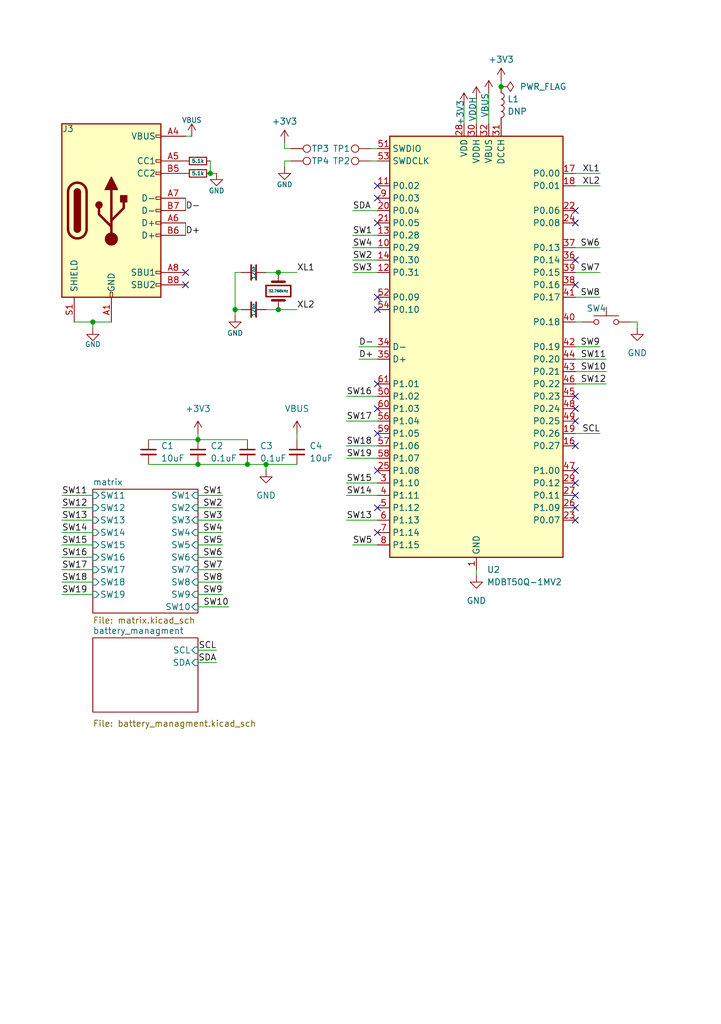
<source format=kicad_sch>
(kicad_sch (version 20250114) (generator "eeschema") (generator_version "9.0")
  (paper "A5" portrait)
  (lib_symbols
    (symbol "Connector:TestPoint" (pin_numbers (hide yes)) (pin_names (offset 0.762) (hide yes))
      (property "Reference" "TP" (at 0 6.858 0))
      (property "Value" "TestPoint" (at 0 5.08 0))
      (symbol "TestPoint_0_1"
        (circle (center 0 3.302) (radius 0.762))
      )
      (symbol "TestPoint_1_1"
        (pin passive line (at 0 0 90) (length 2.54) (name "1") (number "1"))
      )
    )
    (symbol "Connector:USB_C_Receptacle_USB2.0_16P" (pin_names (offset 1.016))
      (property "Reference" "J" (at 0 22.225 0))
      (property "Value" "USB_C_Receptacle_USB2.0_16P" (at 0 19.685 0))
      (symbol "USB_C_Receptacle_USB2.0_16P_0_0"
        (rectangle (start -0.254 -17.78) (end 0.254 -16.764))
        (rectangle (start 10.16 15.494) (end 9.144 14.986))
        (rectangle (start 10.16 10.414) (end 9.144 9.906))
        (rectangle (start 10.16 7.874) (end 9.144 7.366))
        (rectangle (start 10.16 2.794) (end 9.144 2.286))
        (rectangle (start 10.16 0.254) (end 9.144 -0.254))
        (rectangle (start 10.16 -2.286) (end 9.144 -2.794))
        (rectangle (start 10.16 -4.826) (end 9.144 -5.334))
        (rectangle (start 10.16 -12.446) (end 9.144 -12.954))
        (rectangle (start 10.16 -14.986) (end 9.144 -15.494))
      )
      (symbol "USB_C_Receptacle_USB2.0_16P_0_1"
        (rectangle (start -10.16 17.78) (end 10.16 -17.78) (stroke (width 0.254)) (fill (type background)))
        (polyline (pts (xy -8.89 -3.81) (xy -8.89 3.81)) (stroke (width 0.508)))
        (rectangle (start -7.62 -3.81) (end -6.35 3.81) (stroke (width 0.254)) (fill (type outline)))
        (arc (start -7.62 3.81) (mid -6.985 4.4423) (end -6.35 3.81) (stroke (width 0.254)))
        (arc (start -7.62 3.81) (mid -6.985 4.4423) (end -6.35 3.81) (stroke (width 0.254)) (fill (type outline)))
        (arc (start -8.89 3.81) (mid -6.985 5.7067) (end -5.08 3.81) (stroke (width 0.508)))
        (arc (start -5.08 -3.81) (mid -6.985 -5.7067) (end -8.89 -3.81) (stroke (width 0.508)))
        (arc (start -6.35 -3.81) (mid -6.985 -4.4423) (end -7.62 -3.81) (stroke (width 0.254)))
        (arc (start -6.35 -3.81) (mid -6.985 -4.4423) (end -7.62 -3.81) (stroke (width 0.254)) (fill (type outline)))
        (polyline (pts (xy -5.08 3.81) (xy -5.08 -3.81)) (stroke (width 0.508)))
        (circle (center -2.54 1.143) (radius 0.635) (stroke (width 0.254)) (fill (type outline)))
        (polyline (pts (xy -1.27 4.318) (xy 0 6.858) (xy 1.27 4.318) (xy -1.27 4.318)) (stroke (width 0.254)) (fill (type outline)))
        (polyline (pts (xy 0 -2.032) (xy 2.54 0.508) (xy 2.54 1.778)) (stroke (width 0.508)))
        (polyline (pts (xy 0 -3.302) (xy -2.54 -0.762) (xy -2.54 0.508)) (stroke (width 0.508)))
        (polyline (pts (xy 0 -5.842) (xy 0 4.318)) (stroke (width 0.508)))
        (circle (center 0 -5.842) (radius 1.27) (fill (type outline)))
        (rectangle (start 1.905 1.778) (end 3.175 3.048) (stroke (width 0.254)) (fill (type outline)))
      )
      (symbol "USB_C_Receptacle_USB2.0_16P_1_1"
        (pin passive line (at -7.62 -22.86 90) (length 5.08) (name "SHIELD") (number "S1"))
        (pin passive line (at 0 -22.86 90) (length 5.08) (name "GND") (number "A1"))
        (pin passive line (at 0 -22.86 90) (length 5.08) (hide yes) (name "GND") (number "A12"))
        (pin passive line (at 0 -22.86 90) (length 5.08) (hide yes) (name "GND") (number "B1"))
        (pin passive line (at 0 -22.86 90) (length 5.08) (hide yes) (name "GND") (number "B12"))
        (pin passive line (at 15.24 15.24 180) (length 5.08) (name "VBUS") (number "A4"))
        (pin passive line (at 15.24 15.24 180) (length 5.08) (hide yes) (name "VBUS") (number "A9"))
        (pin passive line (at 15.24 15.24 180) (length 5.08) (hide yes) (name "VBUS") (number "B4"))
        (pin passive line (at 15.24 15.24 180) (length 5.08) (hide yes) (name "VBUS") (number "B9"))
        (pin bidirectional line (at 15.24 10.16 180) (length 5.08) (name "CC1") (number "A5"))
        (pin bidirectional line (at 15.24 7.62 180) (length 5.08) (name "CC2") (number "B5"))
        (pin bidirectional line (at 15.24 2.54 180) (length 5.08) (name "D-") (number "A7"))
        (pin bidirectional line (at 15.24 0 180) (length 5.08) (name "D-") (number "B7"))
        (pin bidirectional line (at 15.24 -2.54 180) (length 5.08) (name "D+") (number "A6"))
        (pin bidirectional line (at 15.24 -5.08 180) (length 5.08) (name "D+") (number "B6"))
        (pin bidirectional line (at 15.24 -12.7 180) (length 5.08) (name "SBU1") (number "A8"))
        (pin bidirectional line (at 15.24 -15.24 180) (length 5.08) (name "SBU2") (number "B8"))
      )
    )
    (symbol "Device:C_Small" (pin_numbers (hide yes)) (pin_names (offset 0.254) (hide yes))
      (property "Reference" "C" (at 0.254 1.778 0))
      (property "Value" "C_Small" (at 0.254 -2.032 0))
      (symbol "C_Small_0_1"
        (polyline (pts (xy -1.524 0.508) (xy 1.524 0.508)) (stroke (width 0.3048)))
        (polyline (pts (xy -1.524 -0.508) (xy 1.524 -0.508)) (stroke (width 0.3302)))
      )
      (symbol "C_Small_1_1"
        (pin passive line (at 0 2.54 270) (length 2.032) (name "~") (number "1"))
        (pin passive line (at 0 -2.54 90) (length 2.032) (name "~") (number "2"))
      )
    )
    (symbol "Device:Crystal" (pin_numbers (hide yes)) (pin_names (offset 1.016) (hide yes))
      (property "Reference" "Y" (at 0 3.81 0))
      (property "Value" "Crystal" (at 0 -3.81 0))
      (symbol "Crystal_0_1"
        (polyline (pts (xy -2.54 0) (xy -1.905 0)))
        (polyline (pts (xy -1.905 -1.27) (xy -1.905 1.27)) (stroke (width 0.508)))
        (rectangle (start -1.143 2.54) (end 1.143 -2.54) (stroke (width 0.3048)))
        (polyline (pts (xy 1.905 -1.27) (xy 1.905 1.27)) (stroke (width 0.508)))
        (polyline (pts (xy 2.54 0) (xy 1.905 0)))
      )
      (symbol "Crystal_1_1"
        (pin passive line (at -3.81 0 0) (length 1.27) (name "1") (number "1"))
        (pin passive line (at 3.81 0 180) (length 1.27) (name "2") (number "2"))
      )
    )
    (symbol "Device:L" (pin_numbers (hide yes)) (pin_names (offset 1.016) (hide yes))
      (property "Reference" "L" (at -1.27 0 90))
      (property "Value" "L" (at 1.905 0 90))
      (symbol "L_0_1"
        (arc (start 0 2.54) (mid 0.6323 1.905) (end 0 1.27))
        (arc (start 0 1.27) (mid 0.6323 0.635) (end 0 0))
        (arc (start 0 0) (mid 0.6323 -0.635) (end 0 -1.27))
        (arc (start 0 -1.27) (mid 0.6323 -1.905) (end 0 -2.54))
      )
      (symbol "L_1_1"
        (pin passive line (at 0 3.81 270) (length 1.27) (name "1") (number "1"))
        (pin passive line (at 0 -3.81 90) (length 1.27) (name "2") (number "2"))
      )
    )
    (symbol "Device:R_Small" (pin_numbers (hide yes)) (pin_names (offset 0.254) (hide yes))
      (property "Reference" "R" (at 0 0 90))
      (property "Value" "R_Small" (at 1.778 0 90))
      (symbol "R_Small_0_1"
        (rectangle (start -0.762 1.778) (end 0.762 -1.778) (stroke (width 0.2032)))
      )
      (symbol "R_Small_1_1"
        (pin passive line (at 0 2.54 270) (length 0.762) (name "~") (number "1"))
        (pin passive line (at 0 -2.54 90) (length 0.762) (name "~") (number "2"))
      )
    )
    (symbol "RF_Module:MDBT50Q-1MV2"
      (property "Reference" "U" (at 0 0 0))
      (property "Value" "MDBT50Q-1MV2" (at 0 -2.54 0))
      (symbol "MDBT50Q-1MV2_0_1"
        (rectangle (start -17.78 43.18) (end 17.78 -43.18) (stroke (width 0.254)) (fill (type background)))
      )
      (symbol "MDBT50Q-1MV2_1_1"
        (pin bidirectional line (at -20.32 40.64 0) (length 2.54) (name "SWDIO") (number "51"))
        (pin input line (at -20.32 38.1 0) (length 2.54) (name "SWDCLK") (number "53"))
        (pin bidirectional line (at -20.32 33.02 0) (length 2.54) (name "P0.02") (number "11"))
        (pin bidirectional line (at -20.32 30.48 0) (length 2.54) (name "P0.03") (number "9"))
        (pin bidirectional line (at -20.32 27.94 0) (length 2.54) (name "P0.04") (number "20"))
        (pin bidirectional line (at -20.32 25.4 0) (length 2.54) (name "P0.05") (number "21"))
        (pin bidirectional line (at -20.32 22.86 0) (length 2.54) (name "P0.28") (number "13"))
        (pin bidirectional line (at -20.32 20.32 0) (length 2.54) (name "P0.29") (number "10"))
        (pin bidirectional line (at -20.32 17.78 0) (length 2.54) (name "P0.30") (number "14"))
        (pin bidirectional line (at -20.32 15.24 0) (length 2.54) (name "P0.31") (number "12"))
        (pin bidirectional line (at -20.32 10.16 0) (length 2.54) (name "P0.09") (number "52"))
        (pin bidirectional line (at -20.32 7.62 0) (length 2.54) (name "P0.10") (number "54"))
        (pin bidirectional line (at -20.32 0 0) (length 2.54) (name "D-") (number "34"))
        (pin bidirectional line (at -20.32 -2.54 0) (length 2.54) (name "D+") (number "35"))
        (pin bidirectional line (at -20.32 -7.62 0) (length 2.54) (name "P1.01") (number "61"))
        (pin bidirectional line (at -20.32 -10.16 0) (length 2.54) (name "P1.02") (number "50"))
        (pin bidirectional line (at -20.32 -12.7 0) (length 2.54) (name "P1.03") (number "60"))
        (pin bidirectional line (at -20.32 -15.24 0) (length 2.54) (name "P1.04") (number "56"))
        (pin bidirectional line (at -20.32 -17.78 0) (length 2.54) (name "P1.05") (number "59"))
        (pin bidirectional line (at -20.32 -20.32 0) (length 2.54) (name "P1.06") (number "57"))
        (pin bidirectional line (at -20.32 -22.86 0) (length 2.54) (name "P1.07") (number "58"))
        (pin bidirectional line (at -20.32 -25.4 0) (length 2.54) (name "P1.08") (number "25"))
        (pin bidirectional line (at -20.32 -27.94 0) (length 2.54) (name "P1.10") (number "3"))
        (pin bidirectional line (at -20.32 -30.48 0) (length 2.54) (name "P1.11") (number "4"))
        (pin bidirectional line (at -20.32 -33.02 0) (length 2.54) (name "P1.12") (number "5"))
        (pin bidirectional line (at -20.32 -35.56 0) (length 2.54) (name "P1.13") (number "6"))
        (pin bidirectional line (at -20.32 -38.1 0) (length 2.54) (name "P1.14") (number "7"))
        (pin bidirectional line (at -20.32 -40.64 0) (length 2.54) (name "P1.15") (number "8"))
        (pin power_in line (at -2.54 45.72 270) (length 2.54) (name "VDD") (number "28"))
        (pin power_in line (at 0 45.72 270) (length 2.54) (name "VDDH") (number "30"))
        (pin power_in line (at 0 -45.72 90) (length 2.54) (name "GND") (number "1"))
        (pin passive line (at 0 -45.72 90) (length 2.54) (hide yes) (name "GND") (number "15"))
        (pin passive line (at 0 -45.72 90) (length 2.54) (hide yes) (name "GND") (number "2"))
        (pin passive line (at 0 -45.72 90) (length 2.54) (hide yes) (name "GND") (number "33"))
        (pin passive line (at 0 -45.72 90) (length 2.54) (hide yes) (name "GND") (number "55"))
        (pin power_in line (at 2.54 45.72 270) (length 2.54) (name "VBUS") (number "32"))
        (pin power_out line (at 5.08 45.72 270) (length 2.54) (name "DCCH") (number "31"))
        (pin bidirectional line (at 20.32 35.56 180) (length 2.54) (name "P0.00") (number "17"))
        (pin bidirectional line (at 20.32 33.02 180) (length 2.54) (name "P0.01") (number "18"))
        (pin bidirectional line (at 20.32 27.94 180) (length 2.54) (name "P0.06") (number "22"))
        (pin bidirectional line (at 20.32 25.4 180) (length 2.54) (name "P0.08") (number "24"))
        (pin bidirectional line (at 20.32 20.32 180) (length 2.54) (name "P0.13") (number "37"))
        (pin bidirectional line (at 20.32 17.78 180) (length 2.54) (name "P0.14") (number "36"))
        (pin bidirectional line (at 20.32 15.24 180) (length 2.54) (name "P0.15") (number "39"))
        (pin bidirectional line (at 20.32 12.7 180) (length 2.54) (name "P0.16") (number "38"))
        (pin bidirectional line (at 20.32 10.16 180) (length 2.54) (name "P0.17") (number "41"))
        (pin bidirectional line (at 20.32 5.08 180) (length 2.54) (name "P0.18") (number "40"))
        (pin bidirectional line (at 20.32 0 180) (length 2.54) (name "P0.19") (number "42"))
        (pin bidirectional line (at 20.32 -2.54 180) (length 2.54) (name "P0.20") (number "44"))
        (pin bidirectional line (at 20.32 -5.08 180) (length 2.54) (name "P0.21") (number "43"))
        (pin bidirectional line (at 20.32 -7.62 180) (length 2.54) (name "P0.22") (number "46"))
        (pin bidirectional line (at 20.32 -10.16 180) (length 2.54) (name "P0.23") (number "45"))
        (pin bidirectional line (at 20.32 -12.7 180) (length 2.54) (name "P0.24") (number "48"))
        (pin bidirectional line (at 20.32 -15.24 180) (length 2.54) (name "P0.25") (number "49"))
        (pin bidirectional line (at 20.32 -17.78 180) (length 2.54) (name "P0.26") (number "19"))
        (pin bidirectional line (at 20.32 -20.32 180) (length 2.54) (name "P0.27") (number "16"))
        (pin bidirectional line (at 20.32 -25.4 180) (length 2.54) (name "P1.00") (number "47"))
        (pin bidirectional line (at 20.32 -27.94 180) (length 2.54) (name "P0.12") (number "29"))
        (pin bidirectional line (at 20.32 -30.48 180) (length 2.54) (name "P0.11") (number "27"))
        (pin bidirectional line (at 20.32 -33.02 180) (length 2.54) (name "P1.09") (number "26"))
        (pin bidirectional line (at 20.32 -35.56 180) (length 2.54) (name "P0.07") (number "23"))
      )
    )
    (symbol "Switch:SW_Push" (pin_numbers (hide yes)) (pin_names (offset 1.016) (hide yes))
      (property "Reference" "SW" (at 1.27 2.54 0))
      (property "Value" "SW_Push" (at 0 -1.524 0))
      (symbol "SW_Push_0_1"
        (circle (center -2.032 0) (radius 0.508))
        (polyline (pts (xy 0 1.27) (xy 0 3.048)))
        (circle (center 2.032 0) (radius 0.508))
        (polyline (pts (xy 2.54 1.27) (xy -2.54 1.27)))
        (pin passive line (at -5.08 0 0) (length 2.54) (name "1") (number "1"))
        (pin passive line (at 5.08 0 180) (length 2.54) (name "2") (number "2"))
      )
    )
    (symbol "power:+3V3" (power) (pin_numbers (hide yes)) (pin_names (offset 0) (hide yes))
      (property "Value" "+3V3" (at 0 3.556 0))
      (symbol "+3V3_0_1"
        (polyline (pts (xy -0.762 1.27) (xy 0 2.54)))
        (polyline (pts (xy 0 2.54) (xy 0.762 1.27)))
        (polyline (pts (xy 0 0) (xy 0 2.54)))
      )
      (symbol "+3V3_1_1"
        (pin power_in line (at 0 0 90) (length 0) (name "~") (number "1"))
      )
    )
    (symbol "power:GND" (power) (pin_numbers (hide yes)) (pin_names (offset 0) (hide yes))
      (property "Value" "GND" (at 0 -3.81 0))
      (symbol "GND_0_1"
        (polyline (pts (xy 0 0) (xy 0 -1.27) (xy 1.27 -1.27) (xy 0 -2.54) (xy -1.27 -1.27) (xy 0 -1.27)))
      )
      (symbol "GND_1_1"
        (pin power_in line (at 0 0 270) (length 0) (name "~") (number "1"))
      )
    )
    (symbol "power:PWR_FLAG" (power) (pin_numbers (hide yes)) (pin_names (offset 0) (hide yes))
      (property "Value" "PWR_FLAG" (at 0 3.81 0))
      (symbol "PWR_FLAG_0_0"
        (pin power_out line (at 0 0 90) (length 0) (name "~") (number "1"))
      )
      (symbol "PWR_FLAG_0_1"
        (polyline (pts (xy 0 0) (xy 0 1.27) (xy -1.016 1.905) (xy 0 2.54) (xy 1.016 1.905) (xy 0 1.27)))
      )
    )
    (symbol "power:VBUS" (power) (pin_numbers (hide yes)) (pin_names (offset 0) (hide yes))
      (property "Value" "VBUS" (at 0 3.556 0))
      (symbol "VBUS_0_1"
        (polyline (pts (xy -0.762 1.27) (xy 0 2.54)))
        (polyline (pts (xy 0 2.54) (xy 0.762 1.27)))
        (polyline (pts (xy 0 0) (xy 0 2.54)))
      )
      (symbol "VBUS_1_1"
        (pin power_in line (at 0 0 90) (length 0) (name "~") (number "1"))
      )
    )
    (symbol "ultraflat-lib:VDDH" (power) (pin_numbers (hide yes)) (pin_names (offset 0) (hide yes))
      (property "Value" "VDDH" (at 0 3.556 0))
      (symbol "VDDH_0_1"
        (polyline (pts (xy -0.762 1.27) (xy 0 2.54)))
        (polyline (pts (xy 0 2.54) (xy 0.762 1.27)))
        (polyline (pts (xy 0 0) (xy 0 2.54)))
      )
      (symbol "VDDH_1_1"
        (pin power_in line (at 0 0 90) (length 0) (name "~") (number "1"))
      )
    )
  )
  (junction (at 54.61 95.25))
  (junction (at 57.15 63.5))
  (junction (at 57.15 55.88))
  (junction (at 50.8 95.25))
  (junction (at 43.18 35.56))
  (junction (at 48.26 63.5))
  (junction (at 40.64 95.25))
  (junction (at 102.87 17.78))
  (junction (at 40.64 90.17))
  (junction (at 19.05 66.04))
  (no_connect (at 77.47 109.22))
  (no_connect (at 77.47 63.5))
  (no_connect (at 77.47 83.82))
  (no_connect (at 38.1 55.88))
  (no_connect (at 77.47 78.74))
  (no_connect (at 77.47 88.9))
  (no_connect (at 118.11 43.18))
  (no_connect (at 38.1 58.42))
  (no_connect (at 77.47 60.96))
  (no_connect (at 118.11 91.44))
  (no_connect (at 77.47 104.14))
  (no_connect (at 118.11 53.34))
  (no_connect (at 77.47 96.52))
  (no_connect (at 118.11 45.72))
  (no_connect (at 118.11 96.52))
  (no_connect (at 118.11 81.28))
  (no_connect (at 118.11 86.36))
  (no_connect (at 118.11 58.42))
  (no_connect (at 77.47 38.1))
  (no_connect (at 118.11 99.06))
  (no_connect (at 118.11 104.14))
  (no_connect (at 77.47 45.72))
  (no_connect (at 118.11 106.68))
  (no_connect (at 77.47 40.64))
  (no_connect (at 118.11 101.6))
  (no_connect (at 118.11 83.82))
  (wire (pts (xy 123.19 55.88) (xy 118.11 55.88)))
  (wire (pts (xy 39.37 27.94) (xy 38.1 27.94)))
  (wire (pts (xy 48.26 63.5) (xy 48.26 55.88)))
  (wire (pts (xy 124.46 73.66) (xy 118.11 73.66)))
  (wire (pts (xy 12.7 106.68) (xy 19.05 106.68)))
  (wire (pts (xy 19.05 66.04) (xy 22.86 66.04)))
  (wire (pts (xy 95.25 21.59) (xy 95.25 25.4)))
  (wire (pts (xy 118.11 71.12) (xy 123.19 71.12)))
  (wire (pts (xy 45.72 101.6) (xy 40.64 101.6)))
  (wire (pts (xy 12.7 101.6) (xy 19.05 101.6)))
  (wire (pts (xy 72.39 55.88) (xy 77.47 55.88)))
  (wire (pts (xy 58.42 33.02) (xy 59.69 33.02)))
  (wire (pts (xy 71.12 81.28) (xy 77.47 81.28)))
  (wire (pts (xy 123.19 88.9) (xy 118.11 88.9)))
  (wire (pts (xy 60.96 63.5) (xy 57.15 63.5)))
  (wire (pts (xy 12.7 111.76) (xy 19.05 111.76)))
  (wire (pts (xy 30.48 90.17) (xy 40.64 90.17)))
  (wire (pts (xy 12.7 116.84) (xy 19.05 116.84)))
  (wire (pts (xy 97.79 20.32) (xy 97.79 25.4)))
  (wire (pts (xy 100.33 19.05) (xy 100.33 25.4)))
  (wire (pts (xy 123.19 60.96) (xy 118.11 60.96)))
  (wire (pts (xy 58.42 30.48) (xy 58.42 29.21)))
  (wire (pts (xy 123.19 35.56) (xy 118.11 35.56)))
  (wire (pts (xy 73.66 71.12) (xy 77.47 71.12)))
  (wire (pts (xy 73.66 73.66) (xy 77.47 73.66)))
  (wire (pts (xy 45.72 119.38) (xy 40.64 119.38)))
  (wire (pts (xy 40.64 88.9) (xy 40.64 90.17)))
  (wire (pts (xy 12.7 114.3) (xy 19.05 114.3)))
  (wire (pts (xy 130.81 67.31) (xy 130.81 66.04)))
  (wire (pts (xy 71.12 91.44) (xy 77.47 91.44)))
  (wire (pts (xy 50.8 95.25) (xy 54.61 95.25)))
  (wire (pts (xy 71.12 106.68) (xy 77.47 106.68)))
  (wire (pts (xy 45.72 121.92) (xy 40.64 121.92)))
  (wire (pts (xy 72.39 43.18) (xy 77.47 43.18)))
  (wire (pts (xy 71.12 93.98) (xy 77.47 93.98)))
  (wire (pts (xy 118.11 78.74) (xy 124.46 78.74)))
  (wire (pts (xy 72.39 50.8) (xy 77.47 50.8)))
  (wire (pts (xy 72.39 48.26) (xy 77.47 48.26)))
  (wire (pts (xy 19.05 67.31) (xy 19.05 66.04)))
  (wire (pts (xy 12.7 119.38) (xy 19.05 119.38)))
  (wire (pts (xy 40.64 90.17) (xy 50.8 90.17)))
  (wire (pts (xy 76.2 30.48) (xy 77.47 30.48)))
  (wire (pts (xy 45.72 104.14) (xy 40.64 104.14)))
  (wire (pts (xy 71.12 86.36) (xy 77.47 86.36)))
  (wire (pts (xy 118.11 66.04) (xy 119.38 66.04)))
  (wire (pts (xy 54.61 95.25) (xy 54.61 96.52)))
  (wire (pts (xy 45.72 111.76) (xy 40.64 111.76)))
  (wire (pts (xy 102.87 16.51) (xy 102.87 17.78)))
  (wire (pts (xy 57.15 55.88) (xy 54.61 55.88)))
  (wire (pts (xy 49.53 55.88) (xy 48.26 55.88)))
  (wire (pts (xy 43.18 35.56) (xy 44.45 35.56)))
  (wire (pts (xy 12.7 121.92) (xy 19.05 121.92)))
  (wire (pts (xy 58.42 34.29) (xy 58.42 33.02)))
  (wire (pts (xy 72.39 53.34) (xy 77.47 53.34)))
  (wire (pts (xy 40.64 135.89) (xy 44.45 135.89)))
  (wire (pts (xy 43.18 33.02) (xy 43.18 35.56)))
  (wire (pts (xy 60.96 88.9) (xy 60.96 90.17)))
  (wire (pts (xy 12.7 109.22) (xy 19.05 109.22)))
  (wire (pts (xy 60.96 55.88) (xy 57.15 55.88)))
  (wire (pts (xy 118.11 50.8) (xy 123.19 50.8)))
  (wire (pts (xy 46.99 124.46) (xy 40.64 124.46)))
  (wire (pts (xy 40.64 95.25) (xy 50.8 95.25)))
  (wire (pts (xy 48.26 64.77) (xy 48.26 63.5)))
  (wire (pts (xy 118.11 76.2) (xy 124.46 76.2)))
  (wire (pts (xy 72.39 111.76) (xy 77.47 111.76)))
  (wire (pts (xy 45.72 109.22) (xy 40.64 109.22)))
  (wire (pts (xy 76.2 33.02) (xy 77.47 33.02)))
  (wire (pts (xy 77.47 101.6) (xy 71.12 101.6)))
  (wire (pts (xy 54.61 95.25) (xy 60.96 95.25)))
  (wire (pts (xy 38.1 40.64) (xy 38.1 43.18)))
  (wire (pts (xy 12.7 104.14) (xy 19.05 104.14)))
  (wire (pts (xy 49.53 63.5) (xy 48.26 63.5)))
  (wire (pts (xy 123.19 38.1) (xy 118.11 38.1)))
  (wire (pts (xy 45.72 114.3) (xy 40.64 114.3)))
  (wire (pts (xy 57.15 63.5) (xy 54.61 63.5)))
  (wire (pts (xy 130.81 66.04) (xy 129.54 66.04)))
  (wire (pts (xy 45.72 116.84) (xy 40.64 116.84)))
  (wire (pts (xy 77.47 99.06) (xy 71.12 99.06)))
  (wire (pts (xy 15.24 66.04) (xy 19.05 66.04)))
  (wire (pts (xy 58.42 30.48) (xy 59.69 30.48)))
  (wire (pts (xy 40.64 133.35) (xy 44.45 133.35)))
  (wire (pts (xy 97.79 118.11) (xy 97.79 116.84)))
  (wire (pts (xy 45.72 106.68) (xy 40.64 106.68)))
  (wire (pts (xy 38.1 45.72) (xy 38.1 48.26)))
  (wire (pts (xy 30.48 95.25) (xy 40.64 95.25)))
  (label "SW8" (at 45.72 119.38 180))
  (label "SCL" (at 123.19 88.9 180))
  (label "SW2" (at 45.72 104.14 180))
  (label "D+" (at 38.1 48.26 0))
  (label "SW6" (at 123.19 50.8 180))
  (label "SW14" (at 71.12 101.6 0))
  (label "SW17" (at 71.12 86.36 0))
  (label "SW16" (at 12.7 114.3 0))
  (label "XL1" (at 123.19 35.56 180))
  (label "SW4" (at 72.39 50.8 0))
  (label "SW18" (at 71.12 91.44 0))
  (label "SW7" (at 45.72 116.84 180))
  (label "SW9" (at 45.72 121.92 180))
  (label "SW5" (at 45.72 111.76 180))
  (label "SW1" (at 72.39 48.26 0))
  (label "SW11" (at 124.46 73.66 180))
  (label "XL2" (at 123.19 38.1 180))
  (label "SW17" (at 12.7 116.84 0))
  (label "SW8" (at 123.19 60.96 180))
  (label "SW12" (at 124.46 78.74 180))
  (label "SW9" (at 123.19 71.12 180))
  (label "D-" (at 73.66 71.12 0))
  (label "SW19" (at 12.7 121.92 0))
  (label "SDA" (at 44.45 135.89 180))
  (label "D-" (at 38.1 43.18 0))
  (label "SW15" (at 12.7 111.76 0))
  (label "XL2" (at 60.96 63.5 0))
  (label "SW13" (at 12.7 106.68 0))
  (label "XL1" (at 60.96 55.88 0))
  (label "SW2" (at 72.39 53.34 0))
  (label "SW3" (at 45.72 106.68 180))
  (label "SDA" (at 72.39 43.18 0))
  (label "SW6" (at 45.72 114.3 180))
  (label "SW16" (at 71.12 81.28 0))
  (label "SW10" (at 46.99 124.46 180))
  (label "SW14" (at 12.7 109.22 0))
  (label "SW10" (at 124.46 76.2 180))
  (label "SW1" (at 45.72 101.6 180))
  (label "SW3" (at 72.39 55.88 0))
  (label "SW4" (at 45.72 109.22 180))
  (label "SW18" (at 12.7 119.38 0))
  (label "SW7" (at 123.19 55.88 180))
  (label "D+" (at 73.66 73.66 0))
  (label "SW15" (at 71.12 99.06 0))
  (label "SW5" (at 72.39 111.76 0))
  (label "SW11" (at 12.7 101.6 0))
  (label "SW13" (at 71.12 106.68 0))
  (label "SW12" (at 12.7 104.14 0))
  (label "SCL" (at 44.45 133.35 180))
  (label "SW19" (at 71.12 93.98 0))
  (symbol (lib_id "power:GND") (at 48.26 64.77 0) (unit 1)
    (property "Reference" "#PWR019" (effects (hide yes)))
    (property "Value" "GND" (at 48.26 68.326 0) (effects (font (size 1.016 1.016))))
    (property "Description" "Power symbol creates a global label with name \"GND\" , ground" (effects (hide yes)))
  )
  (symbol (lib_id "power:VBUS") (at 39.37 27.94 0) (unit 1)
    (property "Reference" "#PWR06" (effects (hide yes)))
    (property "Value" "VBUS" (at 39.37 24.638 0) (effects (font (size 1.016 1.016))))
    (property "Description" "Power symbol creates a global label with name \"VBUS\"" (effects (hide yes)))
  )
  (symbol (lib_id "power:GND") (at 97.79 118.11 0) (unit 1)
    (property "Reference" "#PWR01" (effects (hide yes)))
    (property "Value" "GND" (at 97.79 123.19 0))
    (property "Description" "Power symbol creates a global label with name \"GND\" , ground" (effects (hide yes)))
  )
  (symbol (lib_id "Connector:TestPoint") (at 59.69 30.48 270) (mirror x) (unit 1)
    (property "Reference" "TP3" (at 65.786 30.48 90))
    (property "Value" "TestPoint" (effects (hide yes)))
    (property "Footprint" "TestPoint:TestPoint_Pad_3.0x3.0mm" (effects (hide yes)))
    (property "Description" "test point" (effects (hide yes)))
  )
  (symbol (lib_id "power:GND") (at 58.42 34.29 0) (mirror y) (unit 1)
    (property "Reference" "#PWR022" (effects (hide yes)))
    (property "Value" "GND" (at 58.42 37.846 0) (effects (font (size 1.016 1.016))))
    (property "Description" "Power symbol creates a global label with name \"GND\" , ground" (effects (hide yes)))
  )
  (symbol (lib_id "Device:C_Small") (at 60.96 92.71 0) (unit 1)
    (property "Reference" "C4" (at 63.5 91.4462 0) (effects (justify left)))
    (property "Value" "10uF" (at 63.5 93.9862 0) (effects (justify left)))
    (property "Footprint" "Capacitor_SMD:C_0402_1005Metric" (effects (hide yes)))
    (property "Description" "Unpolarized capacitor, small symbol" (effects (hide yes)))
  )
  (symbol (lib_id "power:+3V3") (at 40.64 88.9 0) (unit 1)
    (property "Reference" "#PWR017" (effects (hide yes)))
    (property "Value" "+3V3" (at 40.64 83.82 0))
    (property "Description" "Power symbol creates a global label with name \"+3V3\"" (effects (hide yes)))
  )
  (symbol (lib_id "Device:C_Small") (at 40.64 92.71 0) (unit 1)
    (property "Reference" "C2" (at 43.18 91.4462 0) (effects (justify left)))
    (property "Value" "0.1uF" (at 43.18 93.9862 0) (effects (justify left)))
    (property "Footprint" "Capacitor_SMD:C_0402_1005Metric" (effects (hide yes)))
    (property "Description" "Unpolarized capacitor, small symbol" (effects (hide yes)))
  )
  (symbol (lib_id "Device:C_Small") (at 30.48 92.71 0) (unit 1)
    (property "Reference" "C1" (at 33.02 91.4462 0) (effects (justify left)))
    (property "Value" "10uF" (at 33.02 93.9862 0) (effects (justify left)))
    (property "Footprint" "Capacitor_SMD:C_0402_1005Metric" (effects (hide yes)))
    (property "Description" "Unpolarized capacitor, small symbol" (effects (hide yes)))
  )
  (symbol (lib_id "power:GND") (at 54.61 96.52 0) (unit 1)
    (property "Reference" "#PWR016" (effects (hide yes)))
    (property "Value" "GND" (at 54.61 101.6 0))
    (property "Description" "Power symbol creates a global label with name \"GND\" , ground" (effects (hide yes)))
  )
  (symbol (lib_id "Device:R_Small") (at 40.64 33.02 90) (unit 1)
    (property "Reference" "R2" (effects (hide yes)))
    (property "Value" "5.1k" (at 41.91 33.02 90) (effects (font (size 0.762 0.762)) (justify left)))
    (property "Footprint" "Capacitor_SMD:C_0402_1005Metric" (effects (hide yes)))
    (property "Description" "Resistor, small symbol" (effects (hide yes)))
  )
  (symbol (lib_id "Connector:USB_C_Receptacle_USB2.0_16P") (at 22.86 43.18 0) (unit 1)
    (property "Reference" "J3" (at 13.97 26.416 0))
    (property "Value" "USB_C_Receptacle_USB2.0_16P" (effects (hide yes)))
    (property "Footprint" "Connector_USB:USB_C_Receptacle_HRO_TYPE-C-31-M-12" (effects (hide yes)))
    (property "Datasheet" "https://www.usb.org/sites/default/files/documents/usb_type-c.zip" (effects (hide yes)))
    (property "Description" "USB 2.0-only 16P Type-C Receptacle connector" (effects (hide yes)))
  )
  (symbol (lib_id "RF_Module:MDBT50Q-1MV2") (at 97.79 71.12 0) (unit 1)
    (property "Reference" "U2" (at 99.9333 116.84 0) (effects (justify left)))
    (property "Value" "MDBT50Q-1MV2" (at 99.9333 119.38 0) (effects (justify left)))
    (property "Footprint" "RF_Module:Raytac_MDBT50Q" (effects (hide yes)))
    (property "Datasheet" "https://www.raytac.com/download/index.php?index_id=43" (effects (hide yes)))
    (property "Description" "Multiprotocol BLE/ANT/2.4 GHz/802.15.4 Cortex-M4F SoC, nRF52840 module" (effects (hide yes)))
  )
  (symbol (lib_id "power:PWR_FLAG") (at 102.87 17.78 270) (unit 1)
    (property "Reference" "#FLG05" (effects (hide yes)))
    (property "Value" "PWR_FLAG" (at 106.68 17.7799 90) (effects (justify left)))
    (property "Description" "Special symbol for telling ERC where power comes from" (effects (hide yes)))
  )
  (symbol (lib_id "power:GND") (at 130.81 67.31 0) (unit 1)
    (property "Reference" "#PWR020" (effects (hide yes)))
    (property "Value" "GND" (at 130.81 72.39 0))
    (property "Description" "Power symbol creates a global label with name \"GND\" , ground" (effects (hide yes)))
  )
  (symbol (lib_id "power:VBUS") (at 100.33 19.05 0) (unit 1)
    (property "Reference" "#PWR07" (effects (hide yes)))
    (property "Value" "VBUS" (at 99.568 21.59 90))
    (property "Description" "Power symbol creates a global label with name \"VBUS\"" (effects (hide yes)))
  )
  (symbol (lib_id "Connector:TestPoint") (at 76.2 30.48 90) (unit 1)
    (property "Reference" "TP1" (at 70.104 30.48 90))
    (property "Value" "TestPoint" (effects (hide yes)))
    (property "Footprint" "TestPoint:TestPoint_Pad_3.0x3.0mm" (effects (hide yes)))
    (property "Description" "test point" (effects (hide yes)))
  )
  (symbol (lib_id "Connector:TestPoint") (at 59.69 33.02 270) (mirror x) (unit 1)
    (property "Reference" "TP4" (at 65.786 33.02 90))
    (property "Value" "TestPoint" (effects (hide yes)))
    (property "Footprint" "TestPoint:TestPoint_Pad_3.0x3.0mm" (effects (hide yes)))
    (property "Description" "test point" (effects (hide yes)))
  )
  (symbol (lib_id "power:GND") (at 19.05 67.31 0) (unit 1)
    (property "Reference" "#PWR08" (effects (hide yes)))
    (property "Value" "GND" (at 19.05 70.612 0) (effects (font (size 1.016 1.016))))
    (property "Description" "Power symbol creates a global label with name \"GND\" , ground" (effects (hide yes)))
  )
  (symbol (lib_id "Device:Crystal") (at 57.15 59.69 270) (unit 1)
    (property "Reference" "Y2" (effects (hide yes)))
    (property "Value" "32.768kHz" (at 59.182 59.69 90) (effects (font (size 0.508 0.508)) (justify right)))
    (property "Footprint" "Crystal:Crystal_SMD_3215-2Pin_3.2x1.5mm" (effects (hide yes)))
    (property "Description" "Two pin crystal" (effects (hide yes)))
  )
  (symbol (lib_id "Connector:TestPoint") (at 76.2 33.02 90) (unit 1)
    (property "Reference" "TP2" (at 70.104 33.02 90))
    (property "Value" "TestPoint" (effects (hide yes)))
    (property "Footprint" "TestPoint:TestPoint_Pad_3.0x3.0mm" (effects (hide yes)))
    (property "Description" "test point" (effects (hide yes)))
  )
  (symbol (lib_id "Device:C_Small") (at 52.07 63.5 270) (unit 1)
    (property "Reference" "C14" (effects (hide yes)))
    (property "Value" "12pF" (at 52.07 63.5 0) (effects (font (size 0.762 0.762))))
    (property "Footprint" "Capacitor_SMD:C_0402_1005Metric" (effects (hide yes)))
    (property "Description" "Unpolarized capacitor, small symbol" (effects (hide yes)))
  )
  (symbol (lib_id "power:+3V3") (at 102.87 16.51 0) (unit 1)
    (property "Reference" "#PWR09" (effects (hide yes)))
    (property "Value" "+3V3" (at 102.87 12.192 0))
    (property "Description" "Power symbol creates a global label with name \"+3V3\"" (effects (hide yes)))
  )
  (symbol (lib_id "Device:C_Small") (at 50.8 92.71 0) (unit 1)
    (property "Reference" "C3" (at 53.34 91.4462 0) (effects (justify left)))
    (property "Value" "0.1uF" (at 53.34 93.9862 0) (effects (justify left)))
    (property "Footprint" "Capacitor_SMD:C_0402_1005Metric" (effects (hide yes)))
    (property "Description" "Unpolarized capacitor, small symbol" (effects (hide yes)))
  )
  (symbol (lib_id "power:VBUS") (at 60.96 88.9 0) (unit 1)
    (property "Reference" "#PWR018" (effects (hide yes)))
    (property "Value" "VBUS" (at 60.96 83.82 0))
    (property "Description" "Power symbol creates a global label with name \"VBUS\"" (effects (hide yes)))
  )
  (symbol (lib_id "power:+3V3") (at 95.25 21.59 0) (unit 1)
    (property "Reference" "#PWR010" (effects (hide yes)))
    (property "Value" "+3V3" (at 94.488 23.114 90))
    (property "Description" "Power symbol creates a global label with name \"+3V3\"" (effects (hide yes)))
  )
  (symbol (lib_id "power:GND") (at 44.45 35.56 0) (unit 1)
    (property "Reference" "#PWR04" (effects (hide yes)))
    (property "Value" "GND" (at 44.45 39.116 0) (effects (font (size 1.016 1.016))))
    (property "Description" "Power symbol creates a global label with name \"GND\" , ground" (effects (hide yes)))
  )
  (symbol (lib_id "Device:L") (at 102.87 21.59 0) (unit 1)
    (property "Reference" "L1" (at 104.14 20.3199 0) (effects (justify left)))
    (property "Value" "DNP" (at 104.14 22.8599 0) (effects (justify left)))
    (property "Footprint" "Inductor_SMD:L_0402_1005Metric" (effects (hide yes)))
    (property "Description" "Inductor" (effects (hide yes)))
  )
  (symbol (lib_id "Device:R_Small") (at 40.64 35.56 90) (unit 1)
    (property "Reference" "R1" (effects (hide yes)))
    (property "Value" "5.1k" (at 41.91 35.56 90) (effects (font (size 0.762 0.762)) (justify left)))
    (property "Footprint" "Capacitor_SMD:C_0402_1005Metric" (effects (hide yes)))
    (property "Description" "Resistor, small symbol" (effects (hide yes)))
  )
  (symbol (lib_id "Switch:SW_Push") (at 124.46 66.04 0) (unit 1)
    (property "Reference" "SW4" (at 122.428 63.246 0))
    (property "Value" "SW_Push" (effects (hide yes)))
    (property "Footprint" "Button_Switch_SMD:SW_Push_1P1T_NO_CK_KMR2" (effects (hide yes)))
    (property "Description" "Push button switch, generic, two pins" (effects (hide yes)))
  )
  (symbol (lib_id "power:+3V3") (at 58.42 29.21 0) (mirror y) (unit 1)
    (property "Reference" "#PWR021" (effects (hide yes)))
    (property "Value" "+3V3" (at 58.42 24.892 0))
    (property "Description" "Power symbol creates a global label with name \"+3V3\"" (effects (hide yes)))
  )
  (symbol (lib_id "Device:C_Small") (at 52.07 55.88 270) (unit 1)
    (property "Reference" "C15" (effects (hide yes)))
    (property "Value" "12pF" (at 52.07 55.88 0) (effects (font (size 0.762 0.762))))
    (property "Footprint" "Capacitor_SMD:C_0402_1005Metric" (effects (hide yes)))
    (property "Description" "Unpolarized capacitor, small symbol" (effects (hide yes)))
  )
  (symbol (lib_id "ultraflat-lib:VDDH") (at 97.79 20.32 0) (unit 1)
    (property "Reference" "#PWR03" (effects (hide yes)))
    (property "Value" "VDDH" (at 97.028 22.352 90))
    (property "Description" "Power symbol creates a global label with name \"VDDH\"" (effects (hide yes)))
  )
  (sheet (at 19.05 130.81) (size 21.59 15.24) (stroke (width 0.1524))
    (property "Sheetname" "battery_managment" (at 19.05 130.0984 0) (effects (justify left bottom)))
    (property "Sheetfile" "battery_managment.kicad_sch" (at 19.05 147.6506 0) (effects (justify left top)))
    (pin "SCL" input (at 40.64 133.35 0))
    (pin "SDA" input (at 40.64 135.89 0))
  )
  (sheet (at 19.05 100.33) (size 21.59 25.4) (stroke (width 0.1524))
    (property "Sheetname" "matrix" (at 19.05 99.6184 0) (effects (justify left bottom)))
    (property "Sheetfile" "matrix.kicad_sch" (at 19.05 126.492 0) (effects (justify left top)))
    (pin "SW1" input (at 40.64 101.6 0))
    (pin "SW2" input (at 40.64 104.14 0))
    (pin "SW3" input (at 40.64 106.68 0))
    (pin "SW4" input (at 40.64 109.22 0))
    (pin "SW5" input (at 40.64 111.76 0))
    (pin "SW6" input (at 40.64 114.3 0))
    (pin "SW7" input (at 40.64 116.84 0))
    (pin "SW8" input (at 40.64 119.38 0))
    (pin "SW9" input (at 40.64 121.92 0))
    (pin "SW10" input (at 40.64 124.46 0))
    (pin "SW11" input (at 19.05 101.6 180))
    (pin "SW12" input (at 19.05 104.14 180))
    (pin "SW13" input (at 19.05 106.68 180))
    (pin "SW14" input (at 19.05 109.22 180))
    (pin "SW15" input (at 19.05 111.76 180))
    (pin "SW16" input (at 19.05 114.3 180))
    (pin "SW17" input (at 19.05 116.84 180))
    (pin "SW18" input (at 19.05 119.38 180))
    (pin "SW19" input (at 19.05 121.92 180))
  )
)
</source>
